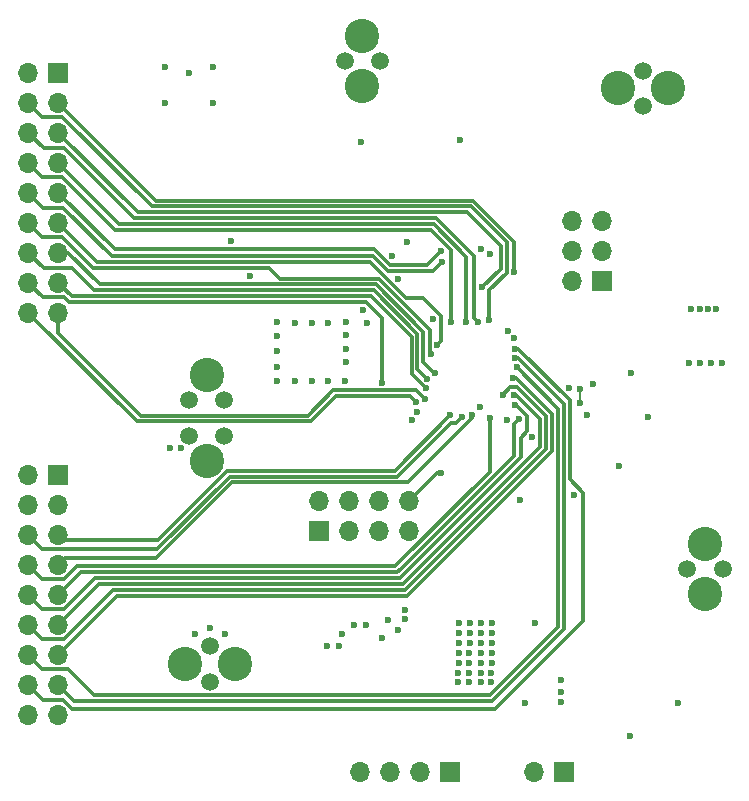
<source format=gbr>
%TF.GenerationSoftware,KiCad,Pcbnew,8.0.4*%
%TF.CreationDate,2024-08-28T23:43:30-07:00*%
%TF.ProjectId,Modubot,4d6f6475-626f-4742-9e6b-696361645f70,rev?*%
%TF.SameCoordinates,Original*%
%TF.FileFunction,Copper,L4,Bot*%
%TF.FilePolarity,Positive*%
%FSLAX46Y46*%
G04 Gerber Fmt 4.6, Leading zero omitted, Abs format (unit mm)*
G04 Created by KiCad (PCBNEW 8.0.4) date 2024-08-28 23:43:30*
%MOMM*%
%LPD*%
G01*
G04 APERTURE LIST*
%TA.AperFunction,ComponentPad*%
%ADD10C,1.520000*%
%TD*%
%TA.AperFunction,ComponentPad*%
%ADD11C,2.909999*%
%TD*%
%TA.AperFunction,ComponentPad*%
%ADD12R,1.700000X1.700000*%
%TD*%
%TA.AperFunction,ComponentPad*%
%ADD13O,1.700000X1.700000*%
%TD*%
%TA.AperFunction,ViaPad*%
%ADD14C,0.600000*%
%TD*%
%TA.AperFunction,Conductor*%
%ADD15C,0.200000*%
%TD*%
%TA.AperFunction,Conductor*%
%ADD16C,0.300000*%
%TD*%
G04 APERTURE END LIST*
D10*
%TO.P,J7,1,1*%
%TO.N,/CANH_3*%
X168750011Y-79060000D03*
%TO.P,J7,2,2*%
%TO.N,/CANL_3*%
X168750011Y-82059999D03*
D11*
%TO.P,J7,P1*%
%TO.N,N/C*%
X166600013Y-80560000D03*
%TO.P,J7,P2*%
X170900009Y-80560000D03*
%TD*%
D12*
%TO.P,J8,1,Pin_1*%
%TO.N,GND*%
X152400000Y-138430000D03*
D13*
%TO.P,J8,2,Pin_2*%
%TO.N,+3.3V*%
X149860000Y-138430000D03*
%TO.P,J8,3,Pin_3*%
%TO.N,+5V*%
X147320000Y-138430000D03*
%TO.P,J8,4,Pin_4*%
%TO.N,+12V*%
X144780000Y-138430000D03*
%TD*%
D10*
%TO.P,J10,1,1*%
%TO.N,+12V*%
X132080000Y-130810000D03*
%TO.P,J10,2,2*%
%TO.N,GND*%
X132080000Y-127810001D03*
D11*
%TO.P,J10,P1*%
%TO.N,N/C*%
X134229998Y-129310000D03*
%TO.P,J10,P2*%
X129930002Y-129310000D03*
%TD*%
D12*
%TO.P,J3,1,Pin_1*%
%TO.N,GND*%
X165300000Y-96900000D03*
D13*
%TO.P,J3,2,Pin_2*%
%TO.N,/SYS_JTMS-SWDIO*%
X162760000Y-96900000D03*
%TO.P,J3,3,Pin_3*%
%TO.N,/NRST*%
X165300000Y-94360000D03*
%TO.P,J3,4,Pin_4*%
%TO.N,/SYS_JTCK-SWCLK*%
X162760000Y-94360000D03*
%TO.P,J3,5,Pin_5*%
%TO.N,+3.3V*%
X165300000Y-91820000D03*
%TO.P,J3,6,Pin_6*%
%TO.N,GND*%
X162760000Y-91820000D03*
%TD*%
D10*
%TO.P,J5,1,1*%
%TO.N,/CANH_1*%
X143500001Y-78250000D03*
%TO.P,J5,2,2*%
%TO.N,/CANL_1*%
X146500000Y-78250000D03*
D11*
%TO.P,J5,P1*%
%TO.N,N/C*%
X145000001Y-80399998D03*
%TO.P,J5,P2*%
X145000001Y-76100002D03*
%TD*%
D10*
%TO.P,J2,1,1*%
%TO.N,/USART2_TX*%
X133310000Y-106960001D03*
%TO.P,J2,2,2*%
%TO.N,/USART2_RX*%
X133310000Y-109960000D03*
%TO.P,J2,3,3*%
%TO.N,GND*%
X130310001Y-106960001D03*
%TO.P,J2,4,4*%
%TO.N,+5V*%
X130310001Y-109960000D03*
D11*
%TO.P,J2,P1*%
%TO.N,N/C*%
X131810000Y-104810003D03*
%TO.P,J2,P2*%
X131810000Y-112109998D03*
%TD*%
D12*
%TO.P,J12,1,Pin_1*%
%TO.N,VBUS*%
X162052000Y-138405000D03*
D13*
%TO.P,J12,2,Pin_2*%
%TO.N,+5V*%
X159512000Y-138405000D03*
%TD*%
D12*
%TO.P,J4,1,Pin_1*%
%TO.N,GND*%
X141325600Y-118059200D03*
D13*
%TO.P,J4,2,Pin_2*%
%TO.N,+3.3V*%
X141325600Y-115519200D03*
%TO.P,J4,3,Pin_3*%
%TO.N,/GPIO_CE *%
X143865600Y-118059200D03*
%TO.P,J4,4,Pin_4*%
%TO.N,/GPIO_CSN*%
X143865600Y-115519200D03*
%TO.P,J4,5,Pin_5*%
%TO.N,/SPI1_SCK*%
X146405600Y-118059200D03*
%TO.P,J4,6,Pin_6*%
%TO.N,/SPI1_MOSI*%
X146405600Y-115519200D03*
%TO.P,J4,7,Pin_7*%
%TO.N,/SPI1_MISO*%
X148945600Y-118059200D03*
%TO.P,J4,8,Pin_8*%
%TO.N,/GPIO_IRQ*%
X148945600Y-115519200D03*
%TD*%
D12*
%TO.P,J11,1,Pin_1*%
%TO.N,GND*%
X119210000Y-113320000D03*
D13*
%TO.P,J11,2,Pin_2*%
X116670000Y-113320000D03*
%TO.P,J11,3,Pin_3*%
%TO.N,+5V*%
X119210000Y-115860000D03*
%TO.P,J11,4,Pin_4*%
%TO.N,+3.3V*%
X116670000Y-115860000D03*
%TO.P,J11,5,Pin_5*%
%TO.N,/PB0*%
X119210000Y-118400000D03*
%TO.P,J11,6,Pin_6*%
%TO.N,/PB1*%
X116670000Y-118400000D03*
%TO.P,J11,7,Pin_7*%
%TO.N,/PB2*%
X119210000Y-120940000D03*
%TO.P,J11,8,Pin_8*%
%TO.N,/PB10*%
X116670000Y-120940000D03*
%TO.P,J11,9,Pin_9*%
%TO.N,/PB11*%
X119210000Y-123480000D03*
%TO.P,J11,10,Pin_10*%
%TO.N,/PB14*%
X116670000Y-123480000D03*
%TO.P,J11,11,Pin_11*%
%TO.N,/PB15*%
X119210000Y-126020000D03*
%TO.P,J11,12,Pin_12*%
%TO.N,/PC6*%
X116670000Y-126020000D03*
%TO.P,J11,13,Pin_13*%
%TO.N,/PC7*%
X119210000Y-128560000D03*
%TO.P,J11,14,Pin_14*%
%TO.N,/PA8*%
X116670000Y-128560000D03*
%TO.P,J11,15,Pin_15*%
%TO.N,/PA9*%
X119210000Y-131100000D03*
%TO.P,J11,16,Pin_16*%
%TO.N,/PA10*%
X116670000Y-131100000D03*
%TO.P,J11,17,Pin_17*%
%TO.N,+12V*%
X119210000Y-133640000D03*
%TO.P,J11,18,Pin_18*%
%TO.N,GND*%
X116670000Y-133640000D03*
%TD*%
D10*
%TO.P,J6,1,1*%
%TO.N,/CANH_2*%
X175500000Y-121250000D03*
%TO.P,J6,2,2*%
%TO.N,/CANL_2*%
X172500001Y-121250000D03*
D11*
%TO.P,J6,P1*%
%TO.N,N/C*%
X174000000Y-123399998D03*
%TO.P,J6,P2*%
X174000000Y-119100002D03*
%TD*%
D12*
%TO.P,J9,1,Pin_1*%
%TO.N,GND*%
X119210000Y-79220000D03*
D13*
%TO.P,J9,2,Pin_2*%
%TO.N,+3.3V*%
X116670000Y-79220000D03*
%TO.P,J9,3,Pin_3*%
%TO.N,/PA15*%
X119210000Y-81760000D03*
%TO.P,J9,4,Pin_4*%
%TO.N,/PC10*%
X116670000Y-81760000D03*
%TO.P,J9,5,Pin_5*%
%TO.N,/PC11*%
X119210000Y-84300000D03*
%TO.P,J9,6,Pin_6*%
%TO.N,/PC12*%
X116670000Y-84300000D03*
%TO.P,J9,7,Pin_7*%
%TO.N,/PD2*%
X119210000Y-86840000D03*
%TO.P,J9,8,Pin_8*%
%TO.N,/PB5*%
X116670000Y-86840000D03*
%TO.P,J9,9,Pin_9*%
%TO.N,/PB6*%
X119210000Y-89380000D03*
%TO.P,J9,10,Pin_10*%
%TO.N,/PB7*%
X116670000Y-89380000D03*
%TO.P,J9,11,Pin_11*%
%TO.N,/PC13*%
X119210000Y-91920000D03*
%TO.P,J9,12,Pin_12*%
%TO.N,/PC15*%
X116670000Y-91920000D03*
%TO.P,J9,13,Pin_13*%
%TO.N,/PC0*%
X119210000Y-94460000D03*
%TO.P,J9,14,Pin_14*%
%TO.N,/PC1*%
X116670000Y-94460000D03*
%TO.P,J9,15,Pin_15*%
%TO.N,/PC2*%
X119210000Y-97000000D03*
%TO.P,J9,16,Pin_16*%
%TO.N,/PC3*%
X116670000Y-97000000D03*
%TO.P,J9,17,Pin_17*%
%TO.N,/PA0*%
X119210000Y-99540000D03*
%TO.P,J9,18,Pin_18*%
%TO.N,/PA1*%
X116670000Y-99540000D03*
%TD*%
D14*
%TO.N,GND*%
X157835600Y-101676200D03*
X132334000Y-81788000D03*
X174929800Y-99212400D03*
X159639000Y-125857000D03*
X128270000Y-81788000D03*
X139242800Y-105333800D03*
X137718800Y-104114600D03*
X132334000Y-78740000D03*
X140690600Y-105333800D03*
X133858000Y-93472000D03*
X153238200Y-84963000D03*
X133350000Y-126746000D03*
X144272000Y-125984000D03*
X142087600Y-105333800D03*
X149585816Y-107991110D03*
X145288000Y-125984000D03*
X166750000Y-112500000D03*
X171704000Y-132588000D03*
X148590000Y-125476000D03*
X151003000Y-100101400D03*
X157200600Y-108635800D03*
X154990800Y-94183200D03*
X172770800Y-99212400D03*
X137718800Y-102819200D03*
X144881600Y-85064600D03*
X130302000Y-79248000D03*
X148590000Y-124714000D03*
X145034000Y-99314000D03*
X132080000Y-126238000D03*
X141986000Y-127762000D03*
X128270000Y-78740000D03*
X137718800Y-105308400D03*
X143586200Y-103733600D03*
X158750000Y-132588000D03*
X173532800Y-99212400D03*
X154914600Y-107569000D03*
X142113000Y-100406200D03*
X143535400Y-105308400D03*
X147980400Y-126415800D03*
X143560800Y-100380800D03*
X137744200Y-100380800D03*
X140716000Y-100406200D03*
X174244000Y-99212400D03*
X146634200Y-127101600D03*
X147142200Y-125577600D03*
X147497800Y-94716600D03*
X164000000Y-108250000D03*
X139268200Y-100406200D03*
X130810000Y-126746000D03*
X143560800Y-102666800D03*
X143611600Y-101447600D03*
X137744200Y-101523800D03*
X143256000Y-126746000D03*
X135483600Y-96418400D03*
X143002000Y-127762000D03*
%TO.N,+3.3V*%
X149148800Y-108661200D03*
X157318579Y-101065715D03*
X169138600Y-108356400D03*
X167640000Y-135382000D03*
X161772600Y-131648200D03*
X148031200Y-96697800D03*
X162480000Y-105940000D03*
X145398694Y-100387102D03*
X159359600Y-110083600D03*
X167690800Y-104673400D03*
X161772600Y-132537200D03*
X161772600Y-131648200D03*
X158318200Y-115417600D03*
X164515800Y-105613200D03*
X161772600Y-130683000D03*
%TO.N,VBUS*%
X172643800Y-103809800D03*
X175437800Y-103809800D03*
X174498000Y-103809800D03*
X173558200Y-103809800D03*
%TO.N,/I2C3_SDA*%
X163390000Y-107203000D03*
X163380000Y-106003000D03*
%TO.N,/GPIO_IRQ*%
X151684533Y-113163133D03*
%TO.N,+5V*%
X155956000Y-129184400D03*
X155067000Y-127508000D03*
X162941000Y-115005000D03*
X155981400Y-125831600D03*
X155956000Y-128346200D03*
X153111200Y-130022600D03*
X155067000Y-126644400D03*
X154000200Y-130022600D03*
X154990800Y-130860800D03*
X155041600Y-129184400D03*
X154051000Y-128346200D03*
X153111200Y-130860800D03*
X154076400Y-125831600D03*
X153187400Y-127508000D03*
X129590800Y-110998000D03*
X155041600Y-128346200D03*
X155981400Y-127508000D03*
X155067000Y-125831600D03*
X153162000Y-128346200D03*
X153187400Y-125831600D03*
X153162000Y-129184400D03*
X154076400Y-127508000D03*
X154990800Y-130022600D03*
X155981400Y-126644400D03*
X154076400Y-126644400D03*
X154000200Y-130860800D03*
X128727200Y-110998000D03*
X155905200Y-130022600D03*
X155778200Y-94615000D03*
X155905200Y-130860800D03*
X148755000Y-93548200D03*
X153187400Y-126644400D03*
X154051000Y-129184400D03*
%TO.N,/PB1*%
X153445280Y-108377920D03*
%TO.N,/PC7*%
X157734000Y-105079800D03*
%TO.N,/PB2*%
X154285000Y-108204000D03*
%TO.N,/PB15*%
X157786210Y-106516430D03*
%TO.N,/PB0*%
X152400000Y-108254800D03*
%TO.N,/PA10*%
X157877477Y-102585455D03*
%TO.N,/PB10*%
X155752800Y-108508800D03*
%TO.N,/PA9*%
X157918220Y-103384420D03*
%TO.N,/PB11*%
X158242000Y-108534200D03*
%TO.N,/PC6*%
X156870400Y-106502200D03*
%TO.N,/PB14*%
X157911800Y-107340400D03*
%TO.N,/PA8*%
X158038800Y-104190800D03*
%TO.N,/PA1*%
X149534855Y-107121582D03*
%TO.N,/PA0*%
X150291800Y-106857800D03*
%TO.N,/PC3*%
X146608800Y-105479200D03*
%TO.N,/PC0*%
X151130000Y-104648000D03*
%TO.N,/PC1*%
X150479673Y-105155228D03*
%TO.N,/PC2*%
X150342600Y-105943400D03*
%TO.N,/PC13*%
X151322800Y-102285800D03*
%TO.N,/PC15*%
X150798800Y-103090000D03*
%TO.N,/PB6*%
X151663400Y-94335600D03*
%TO.N,/PB7*%
X151704420Y-95285180D03*
%TO.N,/PB5*%
X152476200Y-100380800D03*
%TO.N,/PD2*%
X153797000Y-100304600D03*
%TO.N,/PA15*%
X157857599Y-96095042D03*
%TO.N,/PC10*%
X155727400Y-100177600D03*
%TO.N,/PC12*%
X154762200Y-100304600D03*
%TO.N,/PC11*%
X155117800Y-97409000D03*
%TD*%
D15*
%TO.N,/I2C3_SDA*%
X163380000Y-107193000D02*
X163390000Y-107203000D01*
X163380000Y-106003000D02*
X163380000Y-107193000D01*
D16*
%TO.N,/GPIO_IRQ*%
X148945600Y-115519200D02*
X151301667Y-113163133D01*
X151301667Y-113163133D02*
X151684533Y-113163133D01*
%TO.N,/PB1*%
X133751359Y-113428400D02*
X147933507Y-113428400D01*
X147933507Y-113428400D02*
X152457107Y-108904800D01*
X116670000Y-118400000D02*
X117870000Y-119600000D01*
X117870000Y-119600000D02*
X127579759Y-119600000D01*
X152457107Y-108904800D02*
X152918400Y-108904800D01*
X127579759Y-119600000D02*
X133751359Y-113428400D01*
X152918400Y-108904800D02*
X153445280Y-108377920D01*
%TO.N,/PC7*%
X161028000Y-108123147D02*
X161028000Y-111298519D01*
X124199000Y-123571000D02*
X119210000Y-128560000D01*
X157734000Y-105079800D02*
X157984653Y-105079800D01*
X148755519Y-123571000D02*
X124199000Y-123571000D01*
X161028000Y-111298519D02*
X148755519Y-123571000D01*
X157984653Y-105079800D02*
X161028000Y-108123147D01*
%TO.N,/PB2*%
X119804800Y-120345200D02*
X119210000Y-120940000D01*
X127541665Y-120345200D02*
X119804800Y-120345200D01*
X154285000Y-108457439D02*
X148814039Y-113928400D01*
X154285000Y-108204000D02*
X154285000Y-108457439D01*
X133958465Y-113928400D02*
X127541665Y-120345200D01*
X148814039Y-113928400D02*
X133958465Y-113928400D01*
%TO.N,/PB15*%
X122707000Y-122523000D02*
X119210000Y-126020000D01*
X157786210Y-106516430D02*
X158007069Y-106516430D01*
X148389306Y-122523000D02*
X122707000Y-122523000D01*
X158007069Y-106516430D02*
X160009600Y-108518961D01*
X160009600Y-110902706D02*
X148389306Y-122523000D01*
X160009600Y-108518961D02*
X160009600Y-110902706D01*
%TO.N,/PB0*%
X152400000Y-108254800D02*
X147726400Y-112928400D01*
X127676853Y-118795800D02*
X119605800Y-118795800D01*
X133544253Y-112928400D02*
X127676853Y-118795800D01*
X147726400Y-112928400D02*
X133544253Y-112928400D01*
X119605800Y-118795800D02*
X119210000Y-118400000D01*
%TO.N,/PA10*%
X119651857Y-132384800D02*
X117954800Y-132384800D01*
X120410000Y-133142943D02*
X119651857Y-132384800D01*
X162528000Y-113672761D02*
X163677600Y-114822361D01*
X157877477Y-102585455D02*
X158206216Y-102585455D01*
X163677600Y-125679200D02*
X156213857Y-133142943D01*
X162528000Y-106907239D02*
X162528000Y-113672761D01*
X158206216Y-102585455D02*
X162528000Y-106907239D01*
X117954800Y-132384800D02*
X116670000Y-131100000D01*
X163677600Y-114822361D02*
X163677600Y-125679200D01*
X156213857Y-133142943D02*
X120410000Y-133142943D01*
%TO.N,/PB10*%
X147734400Y-121023000D02*
X120824057Y-121023000D01*
X119707057Y-122140000D02*
X117870000Y-122140000D01*
X155752800Y-113004600D02*
X147734400Y-121023000D01*
X120824057Y-121023000D02*
X119707057Y-122140000D01*
X117870000Y-122140000D02*
X116670000Y-120940000D01*
X155752800Y-108508800D02*
X155752800Y-113004600D01*
%TO.N,/PA9*%
X157918220Y-103384420D02*
X158151659Y-103384420D01*
X158151659Y-103384420D02*
X162028000Y-107260761D01*
X162028000Y-107260761D02*
X162028000Y-126364346D01*
X162028000Y-126364346D02*
X155956746Y-132435600D01*
X155956746Y-132435600D02*
X120545600Y-132435600D01*
X120545600Y-132435600D02*
X119210000Y-131100000D01*
%TO.N,/PB11*%
X157810200Y-108966000D02*
X157810200Y-111654306D01*
X148234400Y-121230107D02*
X147941507Y-121523000D01*
X158242000Y-108534200D02*
X157810200Y-108966000D01*
X157810200Y-111654306D02*
X148234400Y-121230106D01*
X147941507Y-121523000D02*
X121167000Y-121523000D01*
X121167000Y-121523000D02*
X119210000Y-123480000D01*
X148234400Y-121230106D02*
X148234400Y-121230107D01*
%TO.N,/PC6*%
X157506170Y-105866430D02*
X158064176Y-105866430D01*
X160528000Y-111091412D02*
X148596412Y-123023000D01*
X119707057Y-127220000D02*
X117870000Y-127220000D01*
X160528000Y-108330254D02*
X160528000Y-111091412D01*
X156870400Y-106502200D02*
X157506170Y-105866430D01*
X117870000Y-127220000D02*
X116670000Y-126020000D01*
X123904057Y-123023000D02*
X119707057Y-127220000D01*
X158064176Y-105866430D02*
X160528000Y-108330254D01*
X148596412Y-123023000D02*
X123904057Y-123023000D01*
%TO.N,/PB14*%
X157967439Y-107340400D02*
X158927800Y-108300761D01*
X119707057Y-124680000D02*
X117870000Y-124680000D01*
X122364057Y-122023000D02*
X119707057Y-124680000D01*
X148182200Y-122023000D02*
X122364057Y-122023000D01*
X158394400Y-110129561D02*
X158394400Y-111810800D01*
X117870000Y-124680000D02*
X116670000Y-123480000D01*
X158394400Y-111810800D02*
X148182200Y-122023000D01*
X157911800Y-107340400D02*
X157967439Y-107340400D01*
X158927800Y-109596161D02*
X158394400Y-110129561D01*
X158927800Y-108300761D02*
X158927800Y-109596161D01*
%TO.N,/PA8*%
X120057199Y-129760000D02*
X117870000Y-129760000D01*
X155757639Y-131927600D02*
X122224799Y-131927600D01*
X161528000Y-126157239D02*
X155757639Y-131927600D01*
X158038800Y-104190800D02*
X161528000Y-107680000D01*
X161528000Y-107680000D02*
X161528000Y-126157239D01*
X117870000Y-129760000D02*
X116670000Y-128560000D01*
X122224799Y-131927600D02*
X120057199Y-129760000D01*
%TO.N,/PA1*%
X149534855Y-107121582D02*
X149042473Y-106629200D01*
X140614400Y-108762800D02*
X125892800Y-108762800D01*
X149042473Y-106629200D02*
X142748000Y-106629200D01*
X142748000Y-106629200D02*
X140614400Y-108762800D01*
X125892800Y-108762800D02*
X116670000Y-99540000D01*
%TO.N,/PA0*%
X140407293Y-108262800D02*
X126238000Y-108262800D01*
X126238000Y-108262800D02*
X119210000Y-101234800D01*
X142540893Y-106129200D02*
X140407293Y-108262800D01*
X150291800Y-106857800D02*
X149563200Y-106129200D01*
X149563200Y-106129200D02*
X142540893Y-106129200D01*
X119210000Y-101234800D02*
X119210000Y-99540000D01*
%TO.N,/PC3*%
X117917200Y-98247200D02*
X116670000Y-97000000D01*
X146608800Y-99969561D02*
X145303239Y-98664000D01*
X119750093Y-98247200D02*
X117917200Y-98247200D01*
X146608800Y-105479200D02*
X146608800Y-99969561D01*
X120166893Y-98664000D02*
X119750093Y-98247200D01*
X145303239Y-98664000D02*
X120166893Y-98664000D01*
%TO.N,/PC0*%
X122758200Y-97164000D02*
X120054200Y-94460000D01*
X120054200Y-94460000D02*
X119210000Y-94460000D01*
X151079200Y-104648000D02*
X150148800Y-103717600D01*
X150148800Y-101160386D02*
X146152414Y-97164000D01*
X151130000Y-104648000D02*
X151079200Y-104648000D01*
X150148800Y-103717600D02*
X150148800Y-101160386D01*
X146152414Y-97164000D02*
X122758200Y-97164000D01*
%TO.N,/PC1*%
X149648800Y-101367493D02*
X145945307Y-97664000D01*
X120411600Y-95800000D02*
X118010000Y-95800000D01*
X150479673Y-105155228D02*
X149648800Y-104324355D01*
X118010000Y-95800000D02*
X116670000Y-94460000D01*
X145945307Y-97664000D02*
X122275600Y-97664000D01*
X149648800Y-104324355D02*
X149648800Y-101367493D01*
X122275600Y-97664000D02*
X120411600Y-95800000D01*
%TO.N,/PC2*%
X150342600Y-105943400D02*
X149148800Y-104749600D01*
X149148800Y-104749600D02*
X149148800Y-101574600D01*
X149148800Y-101574600D02*
X145738200Y-98164000D01*
X120374000Y-98164000D02*
X119210000Y-97000000D01*
X145738200Y-98164000D02*
X120374000Y-98164000D01*
%TO.N,/PC13*%
X151653000Y-101955600D02*
X151653000Y-99832161D01*
X145671028Y-95268400D02*
X122558400Y-95268400D01*
X122558400Y-95268400D02*
X119210000Y-91920000D01*
X151322800Y-102285800D02*
X151653000Y-101955600D01*
X148700628Y-98298000D02*
X145671028Y-95268400D01*
X151653000Y-99832161D02*
X150118839Y-98298000D01*
X150118839Y-98298000D02*
X148700628Y-98298000D01*
%TO.N,/PC15*%
X150798800Y-103090000D02*
X150672800Y-102964000D01*
X137979519Y-96664000D02*
X137083919Y-95768400D01*
X119588857Y-93141800D02*
X117891800Y-93141800D01*
X146359521Y-96664000D02*
X137979519Y-96664000D01*
X150672800Y-100977279D02*
X146359521Y-96664000D01*
X122215457Y-95768400D02*
X119588857Y-93141800D01*
X117891800Y-93141800D02*
X116670000Y-91920000D01*
X150672800Y-102964000D02*
X150672800Y-100977279D01*
X137083919Y-95768400D02*
X122215457Y-95768400D01*
%TO.N,/PB6*%
X147346242Y-95529400D02*
X145999260Y-94182418D01*
X125857000Y-94183200D02*
X124013200Y-94183200D01*
X150469600Y-95529400D02*
X147346242Y-95529400D01*
X125857782Y-94182418D02*
X125857000Y-94183200D01*
X151663400Y-94335600D02*
X150469600Y-95529400D01*
X145999260Y-94182418D02*
X125857782Y-94182418D01*
X124013200Y-94183200D02*
X119210000Y-89380000D01*
%TO.N,/PB7*%
X126567200Y-94768400D02*
X123755457Y-94768400D01*
X117942600Y-90652600D02*
X116670000Y-89380000D01*
X119639657Y-90652600D02*
X117942600Y-90652600D01*
X126568200Y-94767400D02*
X126567200Y-94768400D01*
X150941800Y-96047800D02*
X147157535Y-96047800D01*
X151704420Y-95285180D02*
X150941800Y-96047800D01*
X145877135Y-94767400D02*
X126568200Y-94767400D01*
X123755457Y-94768400D02*
X119639657Y-90652600D01*
X147157535Y-96047800D02*
X145877135Y-94767400D01*
%TO.N,/PB5*%
X150830039Y-92583000D02*
X130149600Y-92583000D01*
X130124200Y-92557600D02*
X124084657Y-92557600D01*
X124084657Y-92557600D02*
X119567057Y-88040000D01*
X119567057Y-88040000D02*
X117870000Y-88040000D01*
X130149600Y-92583000D02*
X130124200Y-92557600D01*
X152476200Y-94229161D02*
X150830039Y-92583000D01*
X117870000Y-88040000D02*
X116670000Y-86840000D01*
X152476200Y-100380800D02*
X152476200Y-94229161D01*
%TO.N,/PD2*%
X151011745Y-92057600D02*
X124409200Y-92057600D01*
X153797000Y-94842855D02*
X151011745Y-92057600D01*
X153797000Y-100304600D02*
X153797000Y-94842855D01*
X124409200Y-92057600D02*
X124409200Y-92039200D01*
X124409200Y-92039200D02*
X119210000Y-86840000D01*
%TO.N,/PA15*%
X127507600Y-90057600D02*
X119210000Y-81760000D01*
X157857599Y-93548892D02*
X154366307Y-90057600D01*
X157857599Y-96095042D02*
X157857599Y-93548892D01*
X154366307Y-90057600D02*
X127507600Y-90057600D01*
%TO.N,/PC10*%
X157207600Y-96157400D02*
X157207600Y-93606000D01*
X155727400Y-97637600D02*
X157207600Y-96157400D01*
X119567057Y-82960000D02*
X117870000Y-82960000D01*
X154159200Y-90557600D02*
X127164657Y-90557600D01*
X157207600Y-93606000D02*
X154159200Y-90557600D01*
X127164657Y-90557600D02*
X119567057Y-82960000D01*
X155727400Y-100177600D02*
X155727400Y-97637600D01*
X117870000Y-82960000D02*
X116670000Y-81760000D01*
%TO.N,/PC12*%
X119707057Y-85640000D02*
X118010000Y-85640000D01*
X151218852Y-91557600D02*
X125624657Y-91557600D01*
X154762200Y-100304600D02*
X154447000Y-99989400D01*
X154447000Y-99989400D02*
X154447000Y-94785748D01*
X125624657Y-91557600D02*
X119707057Y-85640000D01*
X154447000Y-94785748D02*
X151218852Y-91557600D01*
X118010000Y-85640000D02*
X116670000Y-84300000D01*
%TO.N,/PC11*%
X155117800Y-97409000D02*
X156707600Y-95819200D01*
X156707600Y-93939361D02*
X153825839Y-91057600D01*
X125967600Y-91057600D02*
X119210000Y-84300000D01*
X156707600Y-95819200D02*
X156707600Y-93939361D01*
X153825839Y-91057600D02*
X125967600Y-91057600D01*
%TD*%
M02*

</source>
